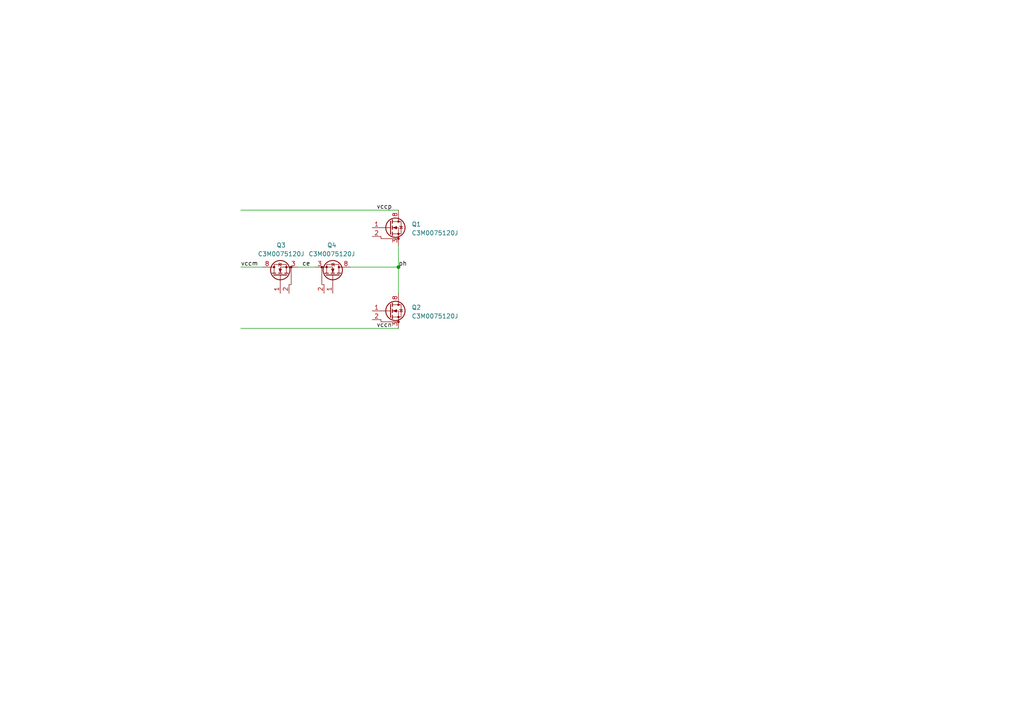
<source format=kicad_sch>
(kicad_sch (version 20231120) (generator "eeschema") (generator_version "8.0")
  (paper "A4")
  (lib_symbols
    (symbol "Transistor_FET:C3M0075120J" (pin_names hide)
      (property "Reference" "Q" (at 5.08 1.905 0))
      (property "Value" "C3M0075120J" (at 5.08 0 0))
      (symbol "C3M0075120J_0_1"
        (polyline (pts (xy 0.254 0) (xy -2.54 0)))
        (polyline (pts (xy 0.254 1.905) (xy 0.254 -1.905)) (stroke (width 0.254)))
        (polyline (pts (xy 0.762 -1.27) (xy 0.762 -2.286)) (stroke (width 0.254)))
        (polyline (pts (xy 0.762 0.508) (xy 0.762 -0.508)) (stroke (width 0.254)))
        (polyline (pts (xy 0.762 2.286) (xy 0.762 1.27)) (stroke (width 0.254)))
        (polyline (pts (xy 2.54 2.54) (xy 2.54 1.778)))
        (polyline (pts (xy -2.54 -2.54) (xy -2.54 -3.175) (xy 2.54 -3.175)))
        (polyline (pts (xy 2.54 -2.54) (xy 2.54 0) (xy 0.762 0)))
        (polyline (pts (xy 0.762 -1.778) (xy 3.302 -1.778) (xy 3.302 1.778) (xy 0.762 1.778)))
        (polyline (pts (xy 1.016 0) (xy 2.032 0.381) (xy 2.032 -0.381) (xy 1.016 0)) (fill (type outline)))
        (polyline (pts (xy 2.794 0.508) (xy 2.921 0.381) (xy 3.683 0.381) (xy 3.81 0.254)))
        (polyline (pts (xy 3.302 0.381) (xy 2.921 -0.254) (xy 3.683 -0.254) (xy 3.302 0.381)))
        (circle (center 1.651 0) (radius 2.794) (stroke (width 0.254)))
        (circle (center 2.54 -3.175) (radius 0.2794) (fill (type outline)))
        (circle (center 2.54 -1.778) (radius 0.254) (fill (type outline)))
        (circle (center 2.54 1.778) (radius 0.254) (fill (type outline)))
      )
      (symbol "C3M0075120J_1_1"
        (pin input line (at -5.08 0 0) (length 2.54) (name "G") (number "1"))
        (pin passive line (at -5.08 -2.54 0) (length 2.54) (name "DS") (number "2"))
        (pin passive line (at 2.54 -5.08 90) (length 2.54) (name "S") (number "3"))
        (pin passive line (at 2.54 -5.08 90) (length 2.54) hide (name "S") (number "4"))
        (pin passive line (at 2.54 -5.08 90) (length 2.54) hide (name "S") (number "5"))
        (pin passive line (at 2.54 -5.08 90) (length 2.54) hide (name "S") (number "6"))
        (pin passive line (at 2.54 -5.08 90) (length 2.54) hide (name "S") (number "7"))
        (pin passive line (at 2.54 5.08 270) (length 2.54) (name "D") (number "8"))
      )
    )
  )
  (junction (at 115.57 77.47))
  (wire (pts (xy 69.85 60.96) (xy 115.57 60.96)))
  (wire (pts (xy 115.57 77.47) (xy 115.57 85.09)))
  (wire (pts (xy 115.57 71.12) (xy 115.57 77.47)))
  (wire (pts (xy 86.36 77.47) (xy 91.44 77.47)))
  (wire (pts (xy 101.6 77.47) (xy 115.57 77.47)))
  (wire (pts (xy 69.85 95.25) (xy 115.57 95.25)))
  (wire (pts (xy 69.85 77.47) (xy 76.2 77.47)))
  (label "vccn" (at 109.22 95.25 0))
  (label "ce" (at 87.63 77.47 0))
  (label "ph" (at 115.57 77.47 0))
  (label "vccm" (at 69.85 77.47 0))
  (label "vccp" (at 109.22 60.96 0))
  (symbol (lib_id "Transistor_FET:C3M0075120J") (at 96.52 80.01 270) (mirror x) (unit 1)
    (property "Reference" "Q4" (at 96.2533 71.12 90))
    (property "Value" "C3M0075120J" (at 96.2533 73.66 90))
    (property "Footprint" "Package_TO_SOT_SMD:TO-263-7_TabPin8" (effects (hide yes)))
    (property "Datasheet" "https://www.wolfspeed.com/media/downloads/997/C3M0075120J.pdf" (effects (hide yes)))
    (property "Description" "30A Id, 1200V Vds, 75mOhm, N-Channel SiC MOSFET, TO-263-7" (effects (hide yes)))
  )
  (symbol (lib_id "Transistor_FET:C3M0075120J") (at 113.03 66.04 0) (unit 1)
    (property "Reference" "Q1" (at 119.38 65.0366 0) (effects (justify left)))
    (property "Value" "C3M0075120J" (at 119.38 67.5766 0) (effects (justify left)))
    (property "Footprint" "Package_TO_SOT_SMD:TO-263-7_TabPin8" (effects (hide yes)))
    (property "Datasheet" "https://www.wolfspeed.com/media/downloads/997/C3M0075120J.pdf" (effects (hide yes)))
    (property "Description" "30A Id, 1200V Vds, 75mOhm, N-Channel SiC MOSFET, TO-263-7" (effects (hide yes)))
  )
  (symbol (lib_id "Transistor_FET:C3M0075120J") (at 113.03 90.17 0) (unit 1)
    (property "Reference" "Q2" (at 119.38 89.1666 0) (effects (justify left)))
    (property "Value" "C3M0075120J" (at 119.38 91.7066 0) (effects (justify left)))
    (property "Footprint" "Package_TO_SOT_SMD:TO-263-7_TabPin8" (effects (hide yes)))
    (property "Datasheet" "https://www.wolfspeed.com/media/downloads/997/C3M0075120J.pdf" (effects (hide yes)))
    (property "Description" "30A Id, 1200V Vds, 75mOhm, N-Channel SiC MOSFET, TO-263-7" (effects (hide yes)))
  )
  (symbol (lib_id "Transistor_FET:C3M0075120J") (at 81.28 80.01 90) (unit 1)
    (property "Reference" "Q3" (at 81.5467 71.12 90))
    (property "Value" "C3M0075120J" (at 81.5467 73.66 90))
    (property "Footprint" "Package_TO_SOT_SMD:TO-263-7_TabPin8" (effects (hide yes)))
    (property "Datasheet" "https://www.wolfspeed.com/media/downloads/997/C3M0075120J.pdf" (effects (hide yes)))
    (property "Description" "30A Id, 1200V Vds, 75mOhm, N-Channel SiC MOSFET, TO-263-7" (effects (hide yes)))
  )
)
</source>
